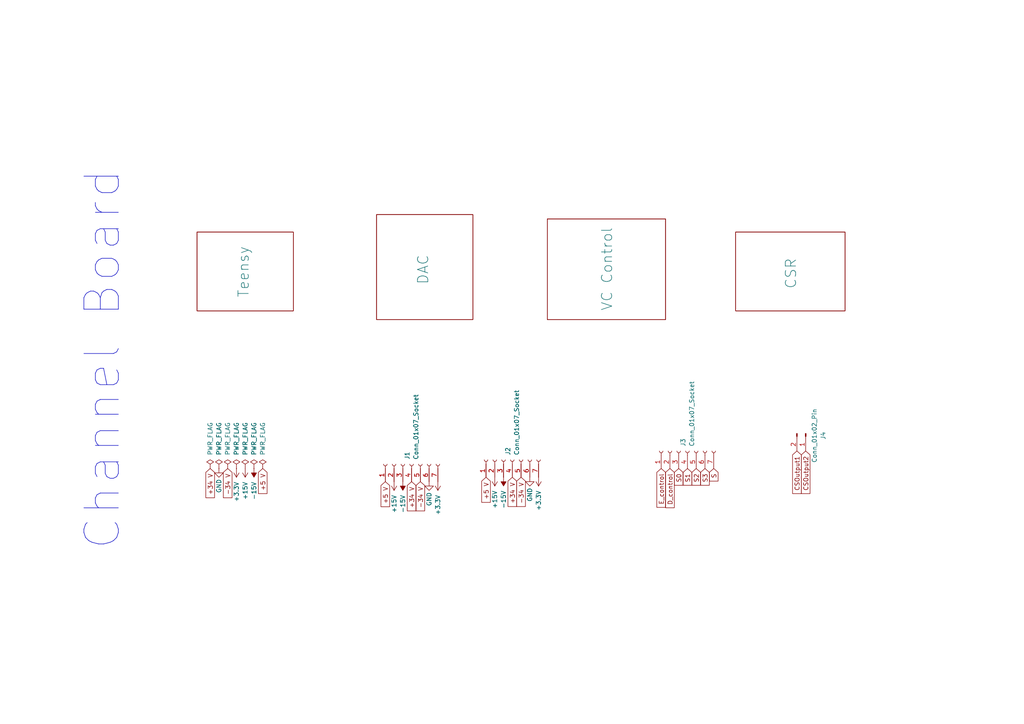
<source format=kicad_sch>
(kicad_sch (version 20230121) (generator eeschema)
  (paper "A4")
  (lib_symbols
    (symbol "+3.3V_1" (power) (pin_names (offset 0))
      (property "Value" "+3.3V_1" (at 0 3.556 0))
      (symbol "+3.3V_1_0_1"
        (polyline (pts (xy -0.762 1.27) (xy 0 2.54)))
        (polyline (pts (xy 0 0) (xy 0 2.54)))
        (polyline (pts (xy 0 2.54) (xy 0.762 1.27)))
      )
      (symbol "+3.3V_1_1_1"
        (pin power_in line (at 0 0 90) (length 0) hide (name "+3.3V") (number "1"))
      )
    )
    (symbol "Connector:Conn_01x02_Pin" (pin_names (offset 1.016) hide)
      (property "Reference" "J" (at 0 2.54 0))
      (property "Value" "Conn_01x02_Pin" (at 0 -5.08 0))
      (symbol "Conn_01x02_Pin_1_1"
        (polyline (pts (xy 1.27 -2.54) (xy 0.8636 -2.54)) (stroke (width 0.1524)))
        (polyline (pts (xy 1.27 0) (xy 0.8636 0)) (stroke (width 0.1524)))
        (rectangle (start 0.8636 -2.413) (end 0 -2.667) (stroke (width 0.1524)) (fill (type outline)))
        (rectangle (start 0.8636 0.127) (end 0 -0.127) (stroke (width 0.1524)) (fill (type outline)))
        (pin passive line (at 5.08 0 180) (length 3.81) (name "Pin_1") (number "1"))
        (pin passive line (at 5.08 -2.54 180) (length 3.81) (name "Pin_2") (number "2"))
      )
    )
    (symbol "Connector:Conn_01x07_Socket" (pin_names (offset 1.016) hide)
      (property "Reference" "J" (at 0 10.16 0))
      (property "Value" "Conn_01x07_Socket" (at 0 -10.16 0))
      (symbol "Conn_01x07_Socket_1_1"
        (arc (start 0 -7.112) (mid -0.5058 -7.62) (end 0 -8.128) (stroke (width 0.1524)))
        (arc (start 0 -4.572) (mid -0.5058 -5.08) (end 0 -5.588) (stroke (width 0.1524)))
        (arc (start 0 -2.032) (mid -0.5058 -2.54) (end 0 -3.048) (stroke (width 0.1524)))
        (polyline (pts (xy -1.27 -7.62) (xy -0.508 -7.62)) (stroke (width 0.1524)))
        (polyline (pts (xy -1.27 -5.08) (xy -0.508 -5.08)) (stroke (width 0.1524)))
        (polyline (pts (xy -1.27 -2.54) (xy -0.508 -2.54)) (stroke (width 0.1524)))
        (polyline (pts (xy -1.27 0) (xy -0.508 0)) (stroke (width 0.1524)))
        (polyline (pts (xy -1.27 2.54) (xy -0.508 2.54)) (stroke (width 0.1524)))
        (polyline (pts (xy -1.27 5.08) (xy -0.508 5.08)) (stroke (width 0.1524)))
        (polyline (pts (xy -1.27 7.62) (xy -0.508 7.62)) (stroke (width 0.1524)))
        (arc (start 0 0.508) (mid -0.5058 0) (end 0 -0.508) (stroke (width 0.1524)))
        (arc (start 0 3.048) (mid -0.5058 2.54) (end 0 2.032) (stroke (width 0.1524)))
        (arc (start 0 5.588) (mid -0.5058 5.08) (end 0 4.572) (stroke (width 0.1524)))
        (arc (start 0 8.128) (mid -0.5058 7.62) (end 0 7.112) (stroke (width 0.1524)))
        (pin passive line (at -5.08 7.62 0) (length 3.81) (name "Pin_1") (number "1"))
        (pin passive line (at -5.08 5.08 0) (length 3.81) (name "Pin_2") (number "2"))
        (pin passive line (at -5.08 2.54 0) (length 3.81) (name "Pin_3") (number "3"))
        (pin passive line (at -5.08 0 0) (length 3.81) (name "Pin_4") (number "4"))
        (pin passive line (at -5.08 -2.54 0) (length 3.81) (name "Pin_5") (number "5"))
        (pin passive line (at -5.08 -5.08 0) (length 3.81) (name "Pin_6") (number "6"))
        (pin passive line (at -5.08 -7.62 0) (length 3.81) (name "Pin_7") (number "7"))
      )
    )
    (symbol "power:+15V" (power) (pin_names (offset 0))
      (property "Value" "+15V" (at 0 3.556 0))
      (symbol "+15V_0_1"
        (polyline (pts (xy -0.762 1.27) (xy 0 2.54)))
        (polyline (pts (xy 0 0) (xy 0 2.54)))
        (polyline (pts (xy 0 2.54) (xy 0.762 1.27)))
      )
      (symbol "+15V_1_1"
        (pin power_in line (at 0 0 90) (length 0) hide (name "+15V") (number "1"))
      )
    )
    (symbol "power:+3.3V" (power) (pin_names (offset 0))
      (property "Value" "+3.3V" (at 0 3.556 0))
      (symbol "+3.3V_0_1"
        (polyline (pts (xy -0.762 1.27) (xy 0 2.54)))
        (polyline (pts (xy 0 0) (xy 0 2.54)))
        (polyline (pts (xy 0 2.54) (xy 0.762 1.27)))
      )
      (symbol "+3.3V_1_1"
        (pin power_in line (at 0 0 90) (length 0) hide (name "+3.3V") (number "1"))
      )
    )
    (symbol "power:-15V" (power) (pin_names (offset 0))
      (property "Value" "-15V" (at 0 3.81 0))
      (symbol "-15V_0_0"
        (pin power_in line (at 0 0 90) (length 0) hide (name "-15V") (number "1"))
      )
      (symbol "-15V_0_1"
        (polyline (pts (xy 0 0) (xy 0 1.27) (xy 0.762 1.27) (xy 0 2.54) (xy -0.762 1.27) (xy 0 1.27)) (fill (type outline)))
      )
    )
    (symbol "power:GND" (power) (pin_names (offset 0))
      (property "Value" "GND" (at 0 -3.81 0))
      (symbol "GND_0_1"
        (polyline (pts (xy 0 0) (xy 0 -1.27) (xy 1.27 -1.27) (xy 0 -2.54) (xy -1.27 -1.27) (xy 0 -1.27)))
      )
      (symbol "GND_1_1"
        (pin power_in line (at 0 0 270) (length 0) hide (name "GND") (number "1"))
      )
    )
    (symbol "power:PWR_FLAG" (power) (pin_numbers hide) (pin_names (offset 0) hide)
      (property "Value" "PWR_FLAG" (at 0 3.81 0))
      (symbol "PWR_FLAG_0_0"
        (pin power_out line (at 0 0 90) (length 0) (name "pwr") (number "1"))
      )
      (symbol "PWR_FLAG_0_1"
        (polyline (pts (xy 0 0) (xy 0 1.27) (xy -1.016 1.905) (xy 0 2.54) (xy 1.016 1.905) (xy 0 1.27)))
      )
    )
  )
  (text "Channel Board" (at 35.56 160.02 90) (effects (font (size 10 10)) (justify left bottom)))
  (global_label "S3" (shape input) (at 204.47 135.89 270) (property "Intersheetrefs" "${INTERSHEET_REFS}" (effects hide)))
  (global_label "-34 V" (shape input) (at 151.13 138.43 270) (property "Intersheetrefs" "${INTERSHEET_REFS}" (effects hide)))
  (global_label "E_control" (shape input) (at 191.77 135.89 270) (property "Intersheetrefs" "${INTERSHEET_REFS}" (effects hide)))
  (global_label "+5 V" (shape input) (at 140.97 138.43 270) (property "Intersheetrefs" "${INTERSHEET_REFS}" (effects hide)))
  (global_label "+34 V" (shape input) (at 148.59 138.43 270) (property "Intersheetrefs" "${INTERSHEET_REFS}" (effects hide)))
  (global_label "S" (shape input) (at 207.01 135.89 270) (property "Intersheetrefs" "${INTERSHEET_REFS}" (effects hide)))
  (global_label "-34 V" (shape input) (at 66.04 135.89 270) (property "Intersheetrefs" "${INTERSHEET_REFS}" (effects hide)))
  (global_label "+34 V" (shape input) (at 60.96 135.89 270) (property "Intersheetrefs" "${INTERSHEET_REFS}" (effects hide)))
  (global_label "S0" (shape input) (at 196.85 135.89 270) (property "Intersheetrefs" "${INTERSHEET_REFS}" (effects hide)))
  (global_label "CSOutput1" (shape input) (at 231.14 130.81 270) (property "Intersheetrefs" "${INTERSHEET_REFS}" (effects hide)))
  (global_label "+34 V" (shape input) (at 119.38 139.7 270) (property "Intersheetrefs" "${INTERSHEET_REFS}" (effects hide)))
  (global_label "S2" (shape input) (at 201.93 135.89 270) (property "Intersheetrefs" "${INTERSHEET_REFS}" (effects hide)))
  (global_label "D_control" (shape input) (at 194.31 135.89 270) (property "Intersheetrefs" "${INTERSHEET_REFS}" (effects hide)))
  (global_label "-34 V" (shape input) (at 121.92 139.7 270) (property "Intersheetrefs" "${INTERSHEET_REFS}" (effects hide)))
  (global_label "S1" (shape input) (at 199.39 135.89 270) (property "Intersheetrefs" "${INTERSHEET_REFS}" (effects hide)))
  (global_label "+5 V" (shape input) (at 76.2 135.89 270) (property "Intersheetrefs" "${INTERSHEET_REFS}" (effects hide)))
  (global_label "+5 V" (shape input) (at 111.76 139.7 270) (property "Intersheetrefs" "${INTERSHEET_REFS}" (effects hide)))
  (global_label "CSOutput2" (shape input) (at 233.68 130.81 270) (property "Intersheetrefs" "${INTERSHEET_REFS}" (effects hide)))
  (symbol (lib_id "power:PWR_FLAG") (at 71.12 135.89 0) (unit 1)
    (property "Reference" "#FLG05" (effects hide))
    (property "Value" "PWR_FLAG" (at 71.12 132.08 90) (effects (justify left)))
  )
  (symbol (lib_id "power:+15V") (at 143.51 138.43 180) (unit 1)
    (property "Reference" "#PWR09" (effects hide))
    (property "Value" "+15V" (at 143.51 142.24 90) (effects (justify left)))
  )
  (symbol (lib_id "Connector:Conn_01x07_Socket") (at 148.59 133.35 90) (unit 1)
    (property "Reference" "J2" (at 147.32 132.08 0) (effects (justify left)))
    (property "Value" "Conn_01x07_Socket" (at 149.86 132.08 0) (effects (justify left)))
    (property "Footprint" "Connector_PinSocket_2.54mm:PinSocket_1x07_P2.54mm_Vertical" (effects hide))
  )
  (symbol (lib_id "power:GND") (at 63.5 135.89 0) (unit 1)
    (property "Reference" "#PWR01" (effects hide))
    (property "Value" "GND" (at 63.5 140.97 90))
  )
  (symbol (lib_id "Connector:Conn_01x07_Socket") (at 199.39 130.81 90) (unit 1)
    (property "Reference" "J3" (at 198.12 129.54 0) (effects (justify left)))
    (property "Value" "Conn_01x07_Socket" (at 200.66 129.54 0) (effects (justify left)))
    (property "Footprint" "Connector_PinSocket_2.54mm:PinSocket_1x07_P2.54mm_Vertical" (effects hide))
  )
  (symbol (lib_id "power:GND") (at 153.67 138.43 0) (unit 1)
    (property "Reference" "#PWR011" (effects hide))
    (property "Value" "GND" (at 153.67 143.51 90))
  )
  (symbol (lib_id "power:PWR_FLAG") (at 66.04 135.89 0) (unit 1)
    (property "Reference" "#FLG03" (effects hide))
    (property "Value" "PWR_FLAG" (at 66.04 132.08 90) (effects (justify left)))
  )
  (symbol (lib_id "power:GND") (at 124.46 139.7 0) (unit 1)
    (property "Reference" "#PWR07" (effects hide))
    (property "Value" "GND" (at 124.46 144.78 90))
  )
  (symbol (lib_id "power:PWR_FLAG") (at 76.2 135.89 0) (unit 1)
    (property "Reference" "#FLG07" (effects hide))
    (property "Value" "PWR_FLAG" (at 76.2 132.08 90) (effects (justify left)))
  )
  (symbol (lib_id "power:-15V") (at 116.84 139.7 180) (unit 1)
    (property "Reference" "#PWR06" (effects hide))
    (property "Value" "-15V" (at 116.84 143.51 90) (effects (justify left)))
  )
  (symbol (lib_name "+3.3V_1") (lib_id "power:+3.3V") (at 127 139.7 180) (unit 1)
    (property "Reference" "#PWR08" (effects hide))
    (property "Value" "+3.3V" (at 127 143.51 90) (effects (justify left)))
  )
  (symbol (lib_id "Connector:Conn_01x07_Socket") (at 119.38 134.62 90) (unit 1)
    (property "Reference" "J1" (at 118.11 133.35 0) (effects (justify left)))
    (property "Value" "Conn_01x07_Socket" (at 120.65 133.35 0) (effects (justify left)))
    (property "Footprint" "Connector_PinSocket_2.54mm:PinSocket_1x07_P2.54mm_Vertical" (effects hide))
  )
  (symbol (lib_id "power:PWR_FLAG") (at 73.66 135.89 0) (unit 1)
    (property "Reference" "#FLG06" (effects hide))
    (property "Value" "PWR_FLAG" (at 73.66 132.08 90) (effects (justify left)))
  )
  (symbol (lib_id "power:+15V") (at 71.12 135.89 180) (unit 1)
    (property "Reference" "#PWR03" (effects hide))
    (property "Value" "+15V" (at 71.12 139.7 90) (effects (justify left)))
  )
  (symbol (lib_id "power:PWR_FLAG") (at 63.5 135.89 0) (unit 1)
    (property "Reference" "#FLG02" (effects hide))
    (property "Value" "PWR_FLAG" (at 63.5 132.08 90) (effects (justify left)))
  )
  (symbol (lib_id "power:PWR_FLAG") (at 68.58 135.89 0) (unit 1)
    (property "Reference" "#FLG04" (effects hide))
    (property "Value" "PWR_FLAG" (at 68.58 132.08 90) (effects (justify left)))
  )
  (symbol (lib_id "power:-15V") (at 73.66 135.89 180) (unit 1)
    (property "Reference" "#PWR04" (effects hide))
    (property "Value" "-15V" (at 73.66 139.7 90) (effects (justify left)))
  )
  (symbol (lib_id "power:+15V") (at 114.3 139.7 180) (unit 1)
    (property "Reference" "#PWR05" (effects hide))
    (property "Value" "+15V" (at 114.3 143.51 90) (effects (justify left)))
  )
  (symbol (lib_name "+3.3V_1") (lib_id "power:+3.3V") (at 156.21 138.43 180) (unit 1)
    (property "Reference" "#PWR012" (effects hide))
    (property "Value" "+3.3V" (at 156.21 142.24 90) (effects (justify left)))
  )
  (symbol (lib_id "power:+3.3V") (at 68.58 135.89 180) (unit 1)
    (property "Reference" "#PWR02" (effects hide))
    (property "Value" "+3.3V" (at 68.58 139.7 90) (effects (justify left)))
  )
  (symbol (lib_id "power:PWR_FLAG") (at 60.96 135.89 0) (unit 1)
    (property "Reference" "#FLG01" (effects hide))
    (property "Value" "PWR_FLAG" (at 60.96 132.08 90) (effects (justify left)))
  )
  (symbol (lib_id "power:-15V") (at 146.05 138.43 180) (unit 1)
    (property "Reference" "#PWR010" (effects hide))
    (property "Value" "-15V" (at 146.05 142.24 90) (effects (justify left)))
  )
  (symbol (lib_id "Connector:Conn_01x02_Pin") (at 233.68 125.73 270) (unit 1)
    (property "Reference" "J4" (at 238.76 126.365 0))
    (property "Value" "Conn_01x02_Pin" (at 236.22 126.365 0))
    (property "Footprint" "Connector_PinHeader_2.54mm:PinHeader_1x02_P2.54mm_Vertical" (effects hide))
  )
  (sheet (at 213.36 67.31) (size 31.75 22.86) (stroke (width 0.1524))
    (property "Sheetname" "CSR" (at 231.14 83.82 90) (effects (font (size 3 3)) (justify left bottom)))
    (property "Sheetfile" "csr.kicad_sch" (effects hide))
  )
  (sheet (at 158.75 63.5) (size 34.29 29.21) (stroke (width 0.1524))
    (property "Sheetname" "VC Control" (at 177.8 90.17 90) (effects (font (size 3 3)) (justify left bottom)))
    (property "Sheetfile" "vc_control.kicad_sch" (effects hide))
  )
  (sheet (at 109.22 62.23) (size 27.94 30.48) (stroke (width 0.1524))
    (property "Sheetname" "DAC" (at 124.46 82.55 90) (effects (font (size 3 3)) (justify left bottom)))
    (property "Sheetfile" "dac.kicad_sch" (effects hide))
  )
  (sheet (at 57.15 67.31) (size 27.94 22.86) (stroke (width 0.1524))
    (property "Sheetname" "Teensy" (at 72.39 86.36 90) (effects (font (size 3 3)) (justify left bottom)))
    (property "Sheetfile" "teensy.kicad_sch" (effects hide))
  )
)
</source>
